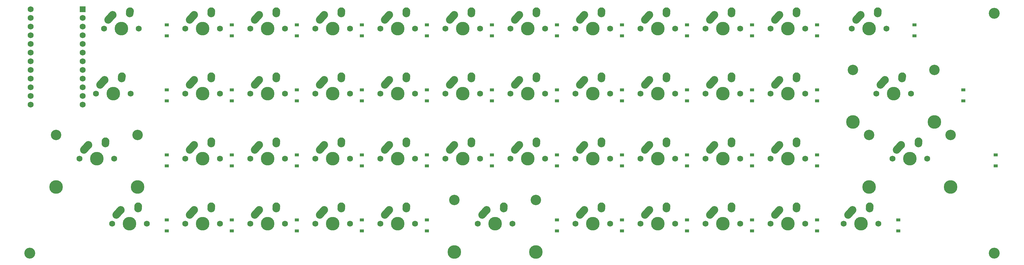
<source format=gbs>
G04 #@! TF.GenerationSoftware,KiCad,Pcbnew,(6.0.7)*
G04 #@! TF.CreationDate,2022-10-02T17:15:59-07:00*
G04 #@! TF.ProjectId,keyboard,6b657962-6f61-4726-942e-6b696361645f,rev?*
G04 #@! TF.SameCoordinates,Original*
G04 #@! TF.FileFunction,Soldermask,Bot*
G04 #@! TF.FilePolarity,Negative*
%FSLAX46Y46*%
G04 Gerber Fmt 4.6, Leading zero omitted, Abs format (unit mm)*
G04 Created by KiCad (PCBNEW (6.0.7)) date 2022-10-02 17:15:59*
%MOMM*%
%LPD*%
G01*
G04 APERTURE LIST*
G04 Aperture macros list*
%AMHorizOval*
0 Thick line with rounded ends*
0 $1 width*
0 $2 $3 position (X,Y) of the first rounded end (center of the circle)*
0 $4 $5 position (X,Y) of the second rounded end (center of the circle)*
0 Add line between two ends*
20,1,$1,$2,$3,$4,$5,0*
0 Add two circle primitives to create the rounded ends*
1,1,$1,$2,$3*
1,1,$1,$4,$5*%
G04 Aperture macros list end*
%ADD10C,1.750000*%
%ADD11C,3.987800*%
%ADD12HorizOval,2.250000X0.655001X0.730000X-0.655001X-0.730000X0*%
%ADD13C,2.250000*%
%ADD14HorizOval,2.250000X0.020000X0.290000X-0.020000X-0.290000X0*%
%ADD15C,3.200000*%
%ADD16C,3.048000*%
%ADD17R,1.200000X0.900000*%
%ADD18R,1.752600X1.752600*%
%ADD19C,1.752600*%
G04 APERTURE END LIST*
D10*
G04 #@! TO.C,K_10*
X286468625Y-34726000D03*
D11*
X291548625Y-34726000D03*
D10*
X296628625Y-34726000D03*
D12*
X288393626Y-31456000D03*
D13*
X289048625Y-30726000D03*
D14*
X294068625Y-29936000D03*
D13*
X294088625Y-29646000D03*
G04 #@! TD*
D10*
G04 #@! TO.C,K_14*
X134068625Y-53776000D03*
X144228625Y-53776000D03*
D11*
X139148625Y-53776000D03*
D13*
X136648625Y-49776000D03*
D12*
X135993626Y-50506000D03*
D13*
X141688625Y-48696000D03*
D14*
X141668625Y-48986000D03*
G04 #@! TD*
D11*
G04 #@! TO.C,K_42*
X234398625Y-91876000D03*
D10*
X239478625Y-91876000D03*
X229318625Y-91876000D03*
D12*
X231243626Y-88606000D03*
D13*
X231898625Y-87876000D03*
X236938625Y-86796000D03*
D14*
X236918625Y-87086000D03*
G04 #@! TD*
D11*
G04 #@! TO.C,K_30*
X215348625Y-72826000D03*
D10*
X210268625Y-72826000D03*
X220428625Y-72826000D03*
D13*
X212848625Y-68826000D03*
D12*
X212193626Y-69556000D03*
D13*
X217888625Y-67746000D03*
D14*
X217868625Y-68036000D03*
G04 #@! TD*
D10*
G04 #@! TO.C,K_44*
X277578625Y-91876000D03*
X267418625Y-91876000D03*
D11*
X272498625Y-91876000D03*
D13*
X269998625Y-87876000D03*
D12*
X269343626Y-88606000D03*
D14*
X275018625Y-87086000D03*
D13*
X275038625Y-86796000D03*
G04 #@! TD*
D15*
G04 #@! TO.C,MNT2*
X352000000Y-30250000D03*
G04 #@! TD*
D11*
G04 #@! TO.C,K_31*
X234398625Y-72826000D03*
D10*
X229318625Y-72826000D03*
X239478625Y-72826000D03*
D12*
X231243626Y-69556000D03*
D13*
X231898625Y-68826000D03*
D14*
X236918625Y-68036000D03*
D13*
X236938625Y-67746000D03*
G04 #@! TD*
D11*
G04 #@! TO.C,K_36*
X98667375Y-91876000D03*
D10*
X93587375Y-91876000D03*
X103747375Y-91876000D03*
D13*
X96167375Y-87876000D03*
D12*
X95512376Y-88606000D03*
D14*
X101187375Y-87086000D03*
D13*
X101207375Y-86796000D03*
G04 #@! TD*
D11*
G04 #@! TO.C,K_19*
X234398625Y-53776000D03*
D10*
X239478625Y-53776000D03*
X229318625Y-53776000D03*
D13*
X231898625Y-49776000D03*
D12*
X231243626Y-50506000D03*
D14*
X236918625Y-48986000D03*
D13*
X236938625Y-48696000D03*
G04 #@! TD*
D10*
G04 #@! TO.C,K_28*
X172168625Y-72826000D03*
X182328625Y-72826000D03*
D11*
X177248625Y-72826000D03*
D13*
X174748625Y-68826000D03*
D12*
X174093626Y-69556000D03*
D13*
X179788625Y-67746000D03*
D14*
X179768625Y-68036000D03*
G04 #@! TD*
D10*
G04 #@! TO.C,K_16*
X182328625Y-53776000D03*
D11*
X177248625Y-53776000D03*
D10*
X172168625Y-53776000D03*
D12*
X174093626Y-50506000D03*
D13*
X174748625Y-49776000D03*
X179788625Y-48696000D03*
D14*
X179768625Y-48986000D03*
G04 #@! TD*
D10*
G04 #@! TO.C,K_45*
X296628625Y-91876000D03*
X286468625Y-91876000D03*
D11*
X291548625Y-91876000D03*
D12*
X288393626Y-88606000D03*
D13*
X289048625Y-87876000D03*
D14*
X294068625Y-87086000D03*
D13*
X294088625Y-86796000D03*
G04 #@! TD*
D10*
G04 #@! TO.C,K_4*
X182328625Y-34726000D03*
X172168625Y-34726000D03*
D11*
X177248625Y-34726000D03*
D13*
X174748625Y-30726000D03*
D12*
X174093626Y-31456000D03*
D14*
X179768625Y-29936000D03*
D13*
X179788625Y-29646000D03*
G04 #@! TD*
D11*
G04 #@! TO.C,K_25*
X120098625Y-72826000D03*
D10*
X125178625Y-72826000D03*
X115018625Y-72826000D03*
D12*
X116943626Y-69556000D03*
D13*
X117598625Y-68826000D03*
X122638625Y-67746000D03*
D14*
X122618625Y-68036000D03*
G04 #@! TD*
D15*
G04 #@! TO.C,MNT1*
X352000000Y-100500000D03*
G04 #@! TD*
D10*
G04 #@! TO.C,K_1*
X115018625Y-34726000D03*
X125178625Y-34726000D03*
D11*
X120098625Y-34726000D03*
D12*
X116943626Y-31456000D03*
D13*
X117598625Y-30726000D03*
X122638625Y-29646000D03*
D14*
X122618625Y-29936000D03*
G04 #@! TD*
D10*
G04 #@! TO.C,K_32*
X258528625Y-72826000D03*
X248368625Y-72826000D03*
D11*
X253448625Y-72826000D03*
D12*
X250293626Y-69556000D03*
D13*
X250948625Y-68826000D03*
X255988625Y-67746000D03*
D14*
X255968625Y-68036000D03*
G04 #@! TD*
D10*
G04 #@! TO.C,K_15*
X153118625Y-53776000D03*
D11*
X158198625Y-53776000D03*
D10*
X163278625Y-53776000D03*
D13*
X155698625Y-49776000D03*
D12*
X155043626Y-50506000D03*
D14*
X160718625Y-48986000D03*
D13*
X160738625Y-48696000D03*
G04 #@! TD*
D11*
G04 #@! TO.C,K_39*
X158198625Y-91876000D03*
D10*
X153118625Y-91876000D03*
X163278625Y-91876000D03*
D12*
X155043626Y-88606000D03*
D13*
X155698625Y-87876000D03*
D14*
X160718625Y-87086000D03*
D13*
X160738625Y-86796000D03*
G04 #@! TD*
D11*
G04 #@! TO.C,K_2*
X139148625Y-34726000D03*
D10*
X134068625Y-34726000D03*
X144228625Y-34726000D03*
D13*
X136648625Y-30726000D03*
D12*
X135993626Y-31456000D03*
D13*
X141688625Y-29646000D03*
D14*
X141668625Y-29936000D03*
G04 #@! TD*
D11*
G04 #@! TO.C,K_3*
X158198625Y-34726000D03*
D10*
X153118625Y-34726000D03*
X163278625Y-34726000D03*
D13*
X155698625Y-30726000D03*
D12*
X155043626Y-31456000D03*
D14*
X160718625Y-29936000D03*
D13*
X160738625Y-29646000D03*
G04 #@! TD*
D11*
G04 #@! TO.C,K_21*
X272498625Y-53776000D03*
D10*
X277578625Y-53776000D03*
X267418625Y-53776000D03*
D12*
X269343626Y-50506000D03*
D13*
X269998625Y-49776000D03*
X275038625Y-48696000D03*
D14*
X275018625Y-48986000D03*
G04 #@! TD*
D11*
G04 #@! TO.C,K_18*
X215348625Y-53776000D03*
D10*
X210268625Y-53776000D03*
X220428625Y-53776000D03*
D12*
X212193626Y-50506000D03*
D13*
X212848625Y-49776000D03*
X217888625Y-48696000D03*
D14*
X217868625Y-48986000D03*
G04 #@! TD*
D10*
G04 #@! TO.C,K_43*
X248368625Y-91876000D03*
X258528625Y-91876000D03*
D11*
X253448625Y-91876000D03*
D13*
X250948625Y-87876000D03*
D12*
X250293626Y-88606000D03*
D14*
X255968625Y-87086000D03*
D13*
X255988625Y-86796000D03*
G04 #@! TD*
D10*
G04 #@! TO.C,K_17*
X191218625Y-53776000D03*
D11*
X196298625Y-53776000D03*
D10*
X201378625Y-53776000D03*
D12*
X193143626Y-50506000D03*
D13*
X193798625Y-49776000D03*
X198838625Y-48696000D03*
D14*
X198818625Y-48986000D03*
G04 #@! TD*
D10*
G04 #@! TO.C,K_5*
X191218625Y-34726000D03*
D11*
X196298625Y-34726000D03*
D10*
X201378625Y-34726000D03*
D12*
X193143626Y-31456000D03*
D13*
X193798625Y-30726000D03*
D14*
X198818625Y-29936000D03*
D13*
X198838625Y-29646000D03*
G04 #@! TD*
D11*
G04 #@! TO.C,K_20*
X253448625Y-53776000D03*
D10*
X258528625Y-53776000D03*
X248368625Y-53776000D03*
D13*
X250948625Y-49776000D03*
D12*
X250293626Y-50506000D03*
D13*
X255988625Y-48696000D03*
D14*
X255968625Y-48986000D03*
G04 #@! TD*
D10*
G04 #@! TO.C,K_8*
X248368625Y-34726000D03*
X258528625Y-34726000D03*
D11*
X253448625Y-34726000D03*
D12*
X250293626Y-31456000D03*
D13*
X250948625Y-30726000D03*
X255988625Y-29646000D03*
D14*
X255968625Y-29936000D03*
G04 #@! TD*
D10*
G04 #@! TO.C,K_7*
X239478625Y-34726000D03*
X229318625Y-34726000D03*
D11*
X234398625Y-34726000D03*
D12*
X231243626Y-31456000D03*
D13*
X231898625Y-30726000D03*
D14*
X236918625Y-29936000D03*
D13*
X236938625Y-29646000D03*
G04 #@! TD*
D11*
G04 #@! TO.C,K_12*
X93904875Y-53776000D03*
D10*
X98984875Y-53776000D03*
X88824875Y-53776000D03*
D12*
X90749876Y-50506000D03*
D13*
X91404875Y-49776000D03*
X96444875Y-48696000D03*
D14*
X96424875Y-48986000D03*
G04 #@! TD*
D10*
G04 #@! TO.C,K_23*
X327584875Y-53776000D03*
D11*
X310566875Y-62031000D03*
X334442875Y-62031000D03*
D16*
X310566875Y-46791000D03*
D11*
X322504875Y-53776000D03*
D10*
X317424875Y-53776000D03*
D16*
X334442875Y-46791000D03*
D13*
X320004875Y-49776000D03*
D12*
X319349876Y-50506000D03*
D13*
X325044875Y-48696000D03*
D14*
X325024875Y-48986000D03*
G04 #@! TD*
D10*
G04 #@! TO.C,K_33*
X267418625Y-72826000D03*
D11*
X272498625Y-72826000D03*
D10*
X277578625Y-72826000D03*
D13*
X269998625Y-68826000D03*
D12*
X269343626Y-69556000D03*
D14*
X275018625Y-68036000D03*
D13*
X275038625Y-67746000D03*
G04 #@! TD*
D11*
G04 #@! TO.C,K_29*
X196298625Y-72826000D03*
D10*
X191218625Y-72826000D03*
X201378625Y-72826000D03*
D13*
X193798625Y-68826000D03*
D12*
X193143626Y-69556000D03*
D14*
X198818625Y-68036000D03*
D13*
X198838625Y-67746000D03*
G04 #@! TD*
D10*
G04 #@! TO.C,K_0*
X101366125Y-34726000D03*
D11*
X96286125Y-34726000D03*
D10*
X91206125Y-34726000D03*
D13*
X93786125Y-30726000D03*
D12*
X93131126Y-31456000D03*
D14*
X98806125Y-29936000D03*
D13*
X98826125Y-29646000D03*
G04 #@! TD*
D11*
G04 #@! TO.C,K_24*
X89142375Y-72826000D03*
D16*
X101080375Y-65841000D03*
X77204375Y-65841000D03*
D10*
X84062375Y-72826000D03*
D11*
X101080375Y-81081000D03*
X77204375Y-81081000D03*
D10*
X94222375Y-72826000D03*
D12*
X85987376Y-69556000D03*
D13*
X86642375Y-68826000D03*
X91682375Y-67746000D03*
D14*
X91662375Y-68036000D03*
G04 #@! TD*
D11*
G04 #@! TO.C,K_37*
X120098625Y-91876000D03*
D10*
X125178625Y-91876000D03*
X115018625Y-91876000D03*
D13*
X117598625Y-87876000D03*
D12*
X116943626Y-88606000D03*
D14*
X122618625Y-87086000D03*
D13*
X122638625Y-86796000D03*
G04 #@! TD*
D10*
G04 #@! TO.C,K_41*
X200743625Y-91876000D03*
D11*
X193885625Y-100131000D03*
X217761625Y-100131000D03*
D10*
X210903625Y-91876000D03*
D16*
X193885625Y-84891000D03*
D11*
X205823625Y-91876000D03*
D16*
X217761625Y-84891000D03*
D12*
X202668626Y-88606000D03*
D13*
X203323625Y-87876000D03*
X208363625Y-86796000D03*
D14*
X208343625Y-87086000D03*
G04 #@! TD*
D10*
G04 #@! TO.C,K_9*
X277578625Y-34726000D03*
X267418625Y-34726000D03*
D11*
X272498625Y-34726000D03*
D12*
X269343626Y-31456000D03*
D13*
X269998625Y-30726000D03*
X275038625Y-29646000D03*
D14*
X275018625Y-29936000D03*
G04 #@! TD*
D11*
G04 #@! TO.C,K_46*
X312979875Y-91876000D03*
D10*
X307899875Y-91876000D03*
X318059875Y-91876000D03*
D13*
X310479875Y-87876000D03*
D12*
X309824876Y-88606000D03*
D13*
X315519875Y-86796000D03*
D14*
X315499875Y-87086000D03*
G04 #@! TD*
D10*
G04 #@! TO.C,K_27*
X163278625Y-72826000D03*
X153118625Y-72826000D03*
D11*
X158198625Y-72826000D03*
D12*
X155043626Y-69556000D03*
D13*
X155698625Y-68826000D03*
D14*
X160718625Y-68036000D03*
D13*
X160738625Y-67746000D03*
G04 #@! TD*
D10*
G04 #@! TO.C,K_22*
X296628625Y-53776000D03*
X286468625Y-53776000D03*
D11*
X291548625Y-53776000D03*
D13*
X289048625Y-49776000D03*
D12*
X288393626Y-50506000D03*
D13*
X294088625Y-48696000D03*
D14*
X294068625Y-48986000D03*
G04 #@! TD*
D11*
G04 #@! TO.C,K_26*
X139148625Y-72826000D03*
D10*
X144228625Y-72826000D03*
X134068625Y-72826000D03*
D12*
X135993626Y-69556000D03*
D13*
X136648625Y-68826000D03*
X141688625Y-67746000D03*
D14*
X141668625Y-68036000D03*
G04 #@! TD*
D11*
G04 #@! TO.C,K_40*
X177248625Y-91876000D03*
D10*
X182328625Y-91876000D03*
X172168625Y-91876000D03*
D13*
X174748625Y-87876000D03*
D12*
X174093626Y-88606000D03*
D14*
X179768625Y-87086000D03*
D13*
X179788625Y-86796000D03*
G04 #@! TD*
D10*
G04 #@! TO.C,K_38*
X144228625Y-91876000D03*
X134068625Y-91876000D03*
D11*
X139148625Y-91876000D03*
D13*
X136648625Y-87876000D03*
D12*
X135993626Y-88606000D03*
D13*
X141688625Y-86796000D03*
D14*
X141668625Y-87086000D03*
G04 #@! TD*
D11*
G04 #@! TO.C,K_35*
X315329375Y-81081000D03*
D16*
X339205375Y-65841000D03*
D11*
X327267375Y-72826000D03*
D10*
X332347375Y-72826000D03*
D16*
X315329375Y-65841000D03*
D11*
X339205375Y-81081000D03*
D10*
X322187375Y-72826000D03*
D12*
X324112376Y-69556000D03*
D13*
X324767375Y-68826000D03*
X329807375Y-67746000D03*
D14*
X329787375Y-68036000D03*
G04 #@! TD*
D15*
G04 #@! TO.C,MNT3*
X69500000Y-100500000D03*
G04 #@! TD*
D10*
G04 #@! TO.C,K_34*
X286468625Y-72826000D03*
D11*
X291548625Y-72826000D03*
D10*
X296628625Y-72826000D03*
D13*
X289048625Y-68826000D03*
D12*
X288393626Y-69556000D03*
D14*
X294068625Y-68036000D03*
D13*
X294088625Y-67746000D03*
G04 #@! TD*
D10*
G04 #@! TO.C,K_13*
X115018625Y-53776000D03*
X125178625Y-53776000D03*
D11*
X120098625Y-53776000D03*
D12*
X116943626Y-50506000D03*
D13*
X117598625Y-49776000D03*
X122638625Y-48696000D03*
D14*
X122618625Y-48986000D03*
G04 #@! TD*
D11*
G04 #@! TO.C,K_11*
X315361125Y-34726000D03*
D10*
X320441125Y-34726000D03*
X310281125Y-34726000D03*
D13*
X312861125Y-30726000D03*
D12*
X312206126Y-31456000D03*
D14*
X317881125Y-29936000D03*
D13*
X317901125Y-29646000D03*
G04 #@! TD*
D10*
G04 #@! TO.C,K_6*
X210268625Y-34726000D03*
D11*
X215348625Y-34726000D03*
D10*
X220428625Y-34726000D03*
D13*
X212848625Y-30726000D03*
D12*
X212193626Y-31456000D03*
D13*
X217888625Y-29646000D03*
D14*
X217868625Y-29936000D03*
G04 #@! TD*
D17*
G04 #@! TO.C,D_13*
X128623625Y-55926000D03*
X128623625Y-52626000D03*
G04 #@! TD*
G04 #@! TO.C,D_2*
X147673625Y-36876000D03*
X147673625Y-33576000D03*
G04 #@! TD*
G04 #@! TO.C,D_22*
X300073625Y-55926000D03*
X300073625Y-52626000D03*
G04 #@! TD*
G04 #@! TO.C,D_23*
X342936125Y-55926000D03*
X342936125Y-52626000D03*
G04 #@! TD*
G04 #@! TO.C,D_32*
X261973625Y-74976000D03*
X261973625Y-71676000D03*
G04 #@! TD*
G04 #@! TO.C,D_8*
X261973625Y-36876000D03*
X261973625Y-33576000D03*
G04 #@! TD*
G04 #@! TO.C,D_37*
X128623625Y-94026000D03*
X128623625Y-90726000D03*
G04 #@! TD*
G04 #@! TO.C,D_35*
X352461125Y-74976000D03*
X352461125Y-71676000D03*
G04 #@! TD*
G04 #@! TO.C,D_36*
X109573625Y-94026000D03*
X109573625Y-90726000D03*
G04 #@! TD*
G04 #@! TO.C,D_10*
X300073625Y-36876000D03*
X300073625Y-33576000D03*
G04 #@! TD*
G04 #@! TO.C,D_1*
X128623625Y-36876000D03*
X128623625Y-33576000D03*
G04 #@! TD*
G04 #@! TO.C,D_31*
X242923625Y-74976000D03*
X242923625Y-71676000D03*
G04 #@! TD*
G04 #@! TO.C,D_44*
X281023625Y-94026000D03*
X281023625Y-90726000D03*
G04 #@! TD*
G04 #@! TO.C,D_6*
X223873625Y-36876000D03*
X223873625Y-33576000D03*
G04 #@! TD*
G04 #@! TO.C,D_11*
X328648625Y-36876000D03*
X328648625Y-33576000D03*
G04 #@! TD*
G04 #@! TO.C,D_12*
X109573625Y-55926000D03*
X109573625Y-52626000D03*
G04 #@! TD*
G04 #@! TO.C,D_24*
X109573625Y-74976000D03*
X109573625Y-71676000D03*
G04 #@! TD*
G04 #@! TO.C,D_3*
X166723625Y-36876000D03*
X166723625Y-33576000D03*
G04 #@! TD*
G04 #@! TO.C,D_9*
X281023625Y-36876000D03*
X281023625Y-33576000D03*
G04 #@! TD*
G04 #@! TO.C,D_16*
X185773625Y-55926000D03*
X185773625Y-52626000D03*
G04 #@! TD*
G04 #@! TO.C,D_21*
X281023625Y-55926000D03*
X281023625Y-52626000D03*
G04 #@! TD*
G04 #@! TO.C,D_19*
X242923625Y-55926000D03*
X242923625Y-52626000D03*
G04 #@! TD*
G04 #@! TO.C,D_42*
X242923625Y-94026000D03*
X242923625Y-90726000D03*
G04 #@! TD*
G04 #@! TO.C,D_43*
X261973625Y-94026000D03*
X261973625Y-90726000D03*
G04 #@! TD*
G04 #@! TO.C,D_39*
X166723625Y-94026000D03*
X166723625Y-90726000D03*
G04 #@! TD*
G04 #@! TO.C,D_29*
X204823625Y-74976000D03*
X204823625Y-71676000D03*
G04 #@! TD*
G04 #@! TO.C,D_25*
X128623625Y-74976000D03*
X128623625Y-71676000D03*
G04 #@! TD*
G04 #@! TO.C,D_4*
X185773625Y-36876000D03*
X185773625Y-33576000D03*
G04 #@! TD*
G04 #@! TO.C,D_20*
X261973625Y-55926000D03*
X261973625Y-52626000D03*
G04 #@! TD*
G04 #@! TO.C,D_14*
X147673625Y-55926000D03*
X147673625Y-52626000D03*
G04 #@! TD*
G04 #@! TO.C,D_30*
X223873625Y-74976000D03*
X223873625Y-71676000D03*
G04 #@! TD*
G04 #@! TO.C,D_27*
X166723625Y-74976000D03*
X166723625Y-71676000D03*
G04 #@! TD*
G04 #@! TO.C,D_26*
X147673625Y-74976000D03*
X147673625Y-71676000D03*
G04 #@! TD*
G04 #@! TO.C,D_38*
X147673625Y-94026000D03*
X147673625Y-90726000D03*
G04 #@! TD*
G04 #@! TO.C,D_40*
X185773625Y-94026000D03*
X185773625Y-90726000D03*
G04 #@! TD*
G04 #@! TO.C,D_17*
X204823625Y-55926000D03*
X204823625Y-52626000D03*
G04 #@! TD*
G04 #@! TO.C,D_0*
X109573625Y-36876000D03*
X109573625Y-33576000D03*
G04 #@! TD*
G04 #@! TO.C,D_5*
X204823625Y-36876000D03*
X204823625Y-33576000D03*
G04 #@! TD*
G04 #@! TO.C,D_18*
X223873625Y-55926000D03*
X223873625Y-52626000D03*
G04 #@! TD*
G04 #@! TO.C,D_28*
X185773625Y-74976000D03*
X185773625Y-71676000D03*
G04 #@! TD*
G04 #@! TO.C,D_33*
X281023625Y-74976000D03*
X281023625Y-71676000D03*
G04 #@! TD*
G04 #@! TO.C,D_46*
X323886125Y-94026000D03*
X323886125Y-90726000D03*
G04 #@! TD*
D18*
G04 #@! TO.C,U1*
X84983125Y-29011000D03*
D19*
X84983125Y-31551000D03*
X84983125Y-34091000D03*
X84983125Y-36631000D03*
X84983125Y-39171000D03*
X84983125Y-41711000D03*
X84983125Y-44251000D03*
X84983125Y-46791000D03*
X84983125Y-49331000D03*
X84983125Y-51871000D03*
X84983125Y-54411000D03*
X84983125Y-56951000D03*
X69743125Y-56951000D03*
X69743125Y-54411000D03*
X69743125Y-51871000D03*
X69743125Y-49331000D03*
X69743125Y-46791000D03*
X69743125Y-44251000D03*
X69743125Y-41711000D03*
X69743125Y-39171000D03*
X69743125Y-36631000D03*
X69743125Y-34091000D03*
X69743125Y-31551000D03*
X69743125Y-29011000D03*
G04 #@! TD*
D17*
G04 #@! TO.C,D_45*
X300073625Y-94026000D03*
X300073625Y-90726000D03*
G04 #@! TD*
G04 #@! TO.C,D_41*
X223873625Y-94026000D03*
X223873625Y-90726000D03*
G04 #@! TD*
G04 #@! TO.C,D_15*
X166723625Y-55926000D03*
X166723625Y-52626000D03*
G04 #@! TD*
G04 #@! TO.C,D_34*
X300073625Y-74976000D03*
X300073625Y-71676000D03*
G04 #@! TD*
G04 #@! TO.C,D_7*
X242923625Y-36876000D03*
X242923625Y-33576000D03*
G04 #@! TD*
M02*

</source>
